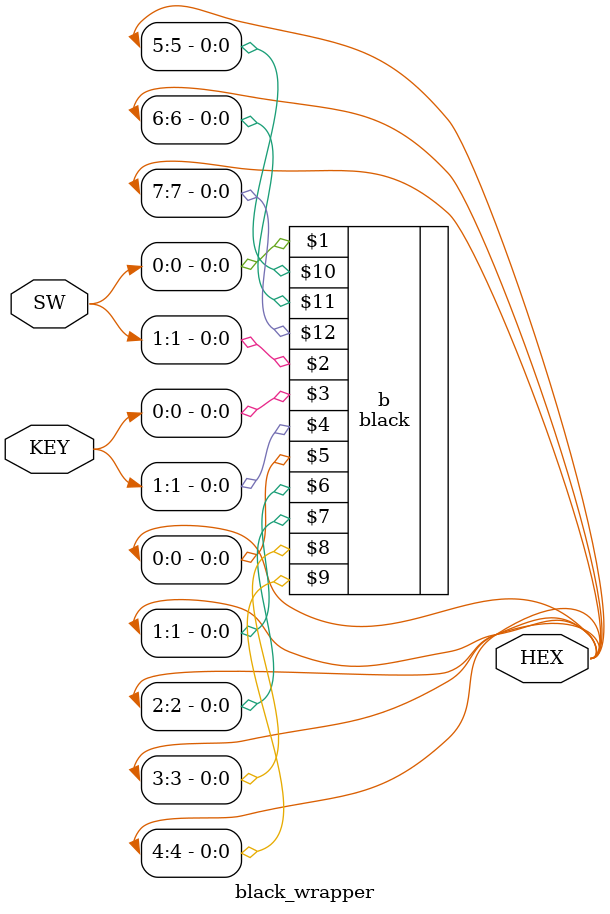
<source format=sv>



module black_wrapper(input logic [1:0] SW,
						 input logic [1:0] KEY,
						 output logic [7:0] HEX);
						 
	black b(SW[0], SW[1],KEY[0],KEY[1], HEX[0], HEX[1], HEX[2], HEX[3],HEX[4],
					HEX[5],HEX[6], HEX[7]);
	
endmodule
						
</source>
